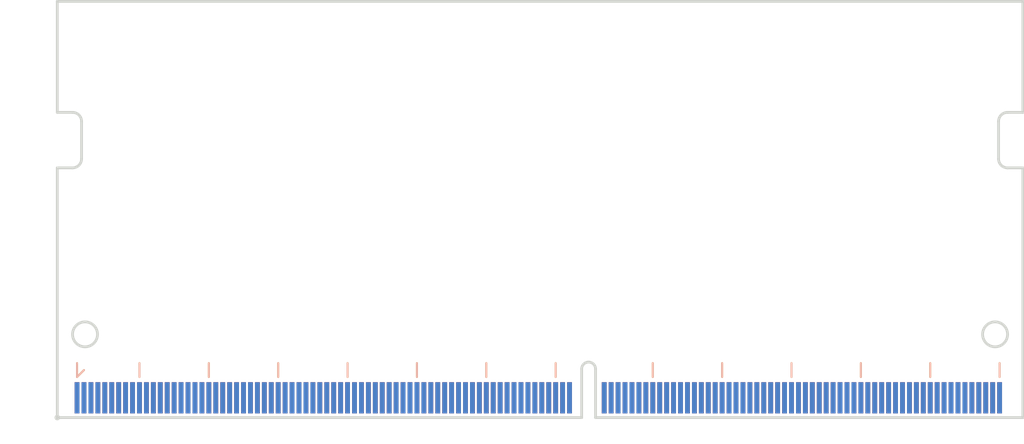
<source format=kicad_pcb>
(kicad_pcb (version 20221018) (generator pcbnew)
  (layers (0 "F.Cu" signal) (31 "B.Cu" signal) (34 "B.Paste" user) (35 "F.Paste" user) (36 "B.SilkS" user "B.Silkscreen") (37 "F.SilkS" user "F.Silkscreen") (38 "B.Mask" user) (39 "F.Mask" user) (44 "Edge.Cuts" user))
  (net 0 "")
  (footprint "pcblib:SODIMM-P260" (layer "F.Cu") (at 101.425 98.575)
    (fp_text reference "REF**" hide)
    (fp_text value "SODIMM-P260")
    (fp_line (start 0 -1.5) (end 0 -2.5) (stroke (width 0.15)) (layer "B.SilkS"))
    (fp_line (start 0 -1.5) (end 0.5 -2) (stroke (width 0.15)) (layer "B.SilkS"))
    (fp_line (start 4.5 -1.5) (end 4.5 -2.5) (stroke (width 0.15)) (layer "B.SilkS"))
    (fp_line (start 9.5 -1.5) (end 9.5 -2.5) (stroke (width 0.15)) (layer "B.SilkS"))
    (fp_line (start 14.5 -1.5) (end 14.5 -2.5) (stroke (width 0.15)) (layer "B.SilkS"))
    (fp_line (start 19.5 -1.5) (end 19.5 -2.5) (stroke (width 0.15)) (layer "B.SilkS"))
    (fp_line (start 24.5 -1.5) (end 24.5 -2.5) (stroke (width 0.15)) (layer "B.SilkS"))
    (fp_line (start 29.5 -1.5) (end 29.5 -2.5) (stroke (width 0.15)) (layer "B.SilkS"))
    (fp_line (start 34.5 -1.5) (end 34.5 -2.5) (stroke (width 0.15)) (layer "B.SilkS"))
    (fp_line (start 41.5 -1.5) (end 41.5 -2.5) (stroke (width 0.15)) (layer "B.SilkS"))
    (fp_line (start 46.5 -1.5) (end 46.5 -2.5) (stroke (width 0.15)) (layer "B.SilkS"))
    (fp_line (start 51.5 -1.5) (end 51.5 -2.5) (stroke (width 0.15)) (layer "B.SilkS"))
    (fp_line (start 56.5 -1.5) (end 56.5 -2.5) (stroke (width 0.15)) (layer "B.SilkS"))
    (fp_line (start 61.5 -1.5) (end 61.5 -2.5) (stroke (width 0.15)) (layer "B.SilkS"))
    (fp_line (start 66.5 -1.5) (end 66.5 -2.5) (stroke (width 0.15)) (layer "B.SilkS"))
    (fp_line (start 0 -1.5) (end 0 -2.5) (stroke (width 0.15)) (layer "F.SilkS"))
    (fp_line (start 0 -1.5) (end 0.5 -2) (stroke (width 0.15)) (layer "F.SilkS"))
    (fp_line (start 4.5 -1.5) (end 4.5 -2.5) (stroke (width 0.15)) (layer "F.SilkS"))
    (fp_line (start 9.5 -1.5) (end 9.5 -2.5) (stroke (width 0.15)) (layer "F.SilkS"))
    (fp_line (start 14.5 -1.5) (end 14.5 -2.5) (stroke (width 0.15)) (layer "F.SilkS"))
    (fp_line (start 19.5 -1.5) (end 19.5 -2.5) (stroke (width 0.15)) (layer "F.SilkS"))
    (fp_line (start 24.5 -1.5) (end 24.5 -2.5) (stroke (width 0.15)) (layer "F.SilkS"))
    (fp_line (start 29.5 -1.5) (end 29.5 -2.5) (stroke (width 0.15)) (layer "F.SilkS"))
    (fp_line (start 34.5 -1.5) (end 34.5 -2.5) (stroke (width 0.15)) (layer "F.SilkS"))
    (fp_line (start 41.5 -1.5) (end 41.5 -2.5) (stroke (width 0.15)) (layer "F.SilkS"))
    (fp_line (start 46.5 -1.5) (end 46.5 -2.5) (stroke (width 0.15)) (layer "F.SilkS"))
    (fp_line (start 51.5 -1.5) (end 51.5 -2.5) (stroke (width 0.15)) (layer "F.SilkS"))
    (fp_line (start 56.5 -1.5) (end 56.5 -2.5) (stroke (width 0.15)) (layer "F.SilkS"))
    (fp_line (start 61.5 -1.5) (end 61.5 -2.5) (stroke (width 0.15)) (layer "F.SilkS"))
    (fp_line (start 66.5 -1.5) (end 66.5 -2.5) (stroke (width 0.15)) (layer "F.SilkS"))
    (pad "1" connect rect (at 0 0) (size 0.35 2.25) (layers "F.Cu" "F.Mask"))
    (pad "2" connect rect (at 0 0) (size 0.35 2.25) (layers "B.Cu" "B.Mask"))
    (pad "3" connect rect (at 0.5 0) (size 0.35 2.25) (layers "F.Cu" "F.Mask"))
    (pad "4" connect rect (at 0.5 0) (size 0.35 2.25) (layers "B.Cu" "B.Mask"))
    (pad "5" connect rect (at 1 0) (size 0.35 2.25) (layers "F.Cu" "F.Mask"))
    (pad "6" connect rect (at 1 0) (size 0.35 2.25) (layers "B.Cu" "B.Mask"))
    (pad "7" connect rect (at 1.5 0) (size 0.35 2.25) (layers "F.Cu" "F.Mask"))
    (pad "8" connect rect (at 1.5 0) (size 0.35 2.25) (layers "B.Cu" "B.Mask"))
    (pad "9" connect rect (at 2 0) (size 0.35 2.25) (layers "F.Cu" "F.Mask"))
    (pad "10" connect rect (at 2 0) (size 0.35 2.25) (layers "B.Cu" "B.Mask"))
    (pad "11" connect rect (at 2.5 0) (size 0.35 2.25) (layers "F.Cu" "F.Mask"))
    (pad "12" connect rect (at 2.5 0) (size 0.35 2.25) (layers "B.Cu" "B.Mask"))
    (pad "13" connect rect (at 3 0) (size 0.35 2.25) (layers "F.Cu" "F.Mask"))
    (pad "14" connect rect (at 3 0) (size 0.35 2.25) (layers "B.Cu" "B.Mask"))
    (pad "15" connect rect (at 3.5 0) (size 0.35 2.25) (layers "F.Cu" "F.Mask"))
    (pad "16" connect rect (at 3.5 0) (size 0.35 2.25) (layers "B.Cu" "B.Mask"))
    (pad "17" connect rect (at 4 0) (size 0.35 2.25) (layers "F.Cu" "F.Mask"))
    (pad "18" connect rect (at 4 0) (size 0.35 2.25) (layers "B.Cu" "B.Mask"))
    (pad "19" connect rect (at 4.5 0) (size 0.35 2.25) (layers "F.Cu" "F.Mask"))
    (pad "20" connect rect (at 4.5 0) (size 0.35 2.25) (layers "B.Cu" "B.Mask"))
    (pad "21" connect rect (at 5 0) (size 0.35 2.25) (layers "F.Cu" "F.Mask"))
    (pad "22" connect rect (at 5 0) (size 0.35 2.25) (layers "B.Cu" "B.Mask"))
    (pad "23" connect rect (at 5.5 0) (size 0.35 2.25) (layers "F.Cu" "F.Mask"))
    (pad "24" connect rect (at 5.5 0) (size 0.35 2.25) (layers "B.Cu" "B.Mask"))
    (pad "25" connect rect (at 6 0) (size 0.35 2.25) (layers "F.Cu" "F.Mask"))
    (pad "26" connect rect (at 6 0) (size 0.35 2.25) (layers "B.Cu" "B.Mask"))
    (pad "27" connect rect (at 6.5 0) (size 0.35 2.25) (layers "F.Cu" "F.Mask"))
    (pad "28" connect rect (at 6.5 0) (size 0.35 2.25) (layers "B.Cu" "B.Mask"))
    (pad "29" connect rect (at 7 0) (size 0.35 2.25) (layers "F.Cu" "F.Mask"))
    (pad "30" connect rect (at 7 0) (size 0.35 2.25) (layers "B.Cu" "B.Mask"))
    (pad "31" connect rect (at 7.5 0) (size 0.35 2.25) (layers "F.Cu" "F.Mask"))
    (pad "32" connect rect (at 7.5 0) (size 0.35 2.25) (layers "B.Cu" "B.Mask"))
    (pad "33" connect rect (at 8 0) (size 0.35 2.25) (layers "F.Cu" "F.Mask"))
    (pad "34" connect rect (at 8 0) (size 0.35 2.25) (layers "B.Cu" "B.Mask"))
    (pad "35" connect rect (at 8.5 0) (size 0.35 2.25) (layers "F.Cu" "F.Mask"))
    (pad "36" connect rect (at 8.5 0) (size 0.35 2.25) (layers "B.Cu" "B.Mask"))
    (pad "37" connect rect (at 9 0) (size 0.35 2.25) (layers "F.Cu" "F.Mask"))
    (pad "38" connect rect (at 9 0) (size 0.35 2.25) (layers "B.Cu" "B.Mask"))
    (pad "39" connect rect (at 9.5 0) (size 0.35 2.25) (layers "F.Cu" "F.Mask"))
    (pad "40" connect rect (at 9.5 0) (size 0.35 2.25) (layers "B.Cu" "B.Mask"))
    (pad "41" connect rect (at 10 0) (size 0.35 2.25) (layers "F.Cu" "F.Mask"))
    (pad "42" connect rect (at 10 0) (size 0.35 2.25) (layers "B.Cu" "B.Mask"))
    (pad "43" connect rect (at 10.5 0) (size 0.35 2.25) (layers "F.Cu" "F.Mask"))
    (pad "44" connect rect (at 10.5 0) (size 0.35 2.25) (layers "B.Cu" "B.Mask"))
    (pad "45" connect rect (at 11 0) (size 0.35 2.25) (layers "F.Cu" "F.Mask"))
    (pad "46" connect rect (at 11 0) (size 0.35 2.25) (layers "B.Cu" "B.Mask"))
    (pad "47" connect rect (at 11.5 0) (size 0.35 2.25) (layers "F.Cu" "F.Mask"))
    (pad "48" connect rect (at 11.5 0) (size 0.35 2.25) (layers "B.Cu" "B.Mask"))
    (pad "49" connect rect (at 12 0) (size 0.35 2.25) (layers "F.Cu" "F.Mask"))
    (pad "50" connect rect (at 12 0) (size 0.35 2.25) (layers "B.Cu" "B.Mask"))
    (pad "51" connect rect (at 12.5 0) (size 0.35 2.25) (layers "F.Cu" "F.Mask"))
    (pad "52" connect rect (at 12.5 0) (size 0.35 2.25) (layers "B.Cu" "B.Mask"))
    (pad "53" connect rect (at 13 0) (size 0.35 2.25) (layers "F.Cu" "F.Mask"))
    (pad "54" connect rect (at 13 0) (size 0.35 2.25) (layers "B.Cu" "B.Mask"))
    (pad "55" connect rect (at 13.5 0) (size 0.35 2.25) (layers "F.Cu" "F.Mask"))
    (pad "56" connect rect (at 13.5 0) (size 0.35 2.25) (layers "B.Cu" "B.Mask"))
    (pad "57" connect rect (at 14 0) (size 0.35 2.25) (layers "F.Cu" "F.Mask"))
    (pad "58" connect rect (at 14 0) (size 0.35 2.25) (layers "B.Cu" "B.Mask"))
    (pad "59" connect rect (at 14.5 0) (size 0.35 2.25) (layers "F.Cu" "F.Mask"))
    (pad "60" connect rect (at 14.5 0) (size 0.35 2.25) (layers "B.Cu" "B.Mask"))
    (pad "61" connect rect (at 15 0) (size 0.35 2.25) (layers "F.Cu" "F.Mask"))
    (pad "62" connect rect (at 15 0) (size 0.35 2.25) (layers "B.Cu" "B.Mask"))
    (pad "63" connect rect (at 15.5 0) (size 0.35 2.25) (layers "F.Cu" "F.Mask"))
    (pad "64" connect rect (at 15.5 0) (size 0.35 2.25) (layers "B.Cu" "B.Mask"))
    (pad "65" connect rect (at 16 0) (size 0.35 2.25) (layers "F.Cu" "F.Mask"))
    (pad "66" connect rect (at 16 0) (size 0.35 2.25) (layers "B.Cu" "B.Mask"))
    (pad "67" connect rect (at 16.5 0) (size 0.35 2.25) (layers "F.Cu" "F.Mask"))
    (pad "68" connect rect (at 16.5 0) (size 0.35 2.25) (layers "B.Cu" "B.Mask"))
    (pad "69" connect rect (at 17 0) (size 0.35 2.25) (layers "F.Cu" "F.Mask"))
    (pad "70" connect rect (at 17 0) (size 0.35 2.25) (layers "B.Cu" "B.Mask"))
    (pad "71" connect rect (at 17.5 0) (size 0.35 2.25) (layers "F.Cu" "F.Mask"))
    (pad "72" connect rect (at 17.5 0) (size 0.35 2.25) (layers "B.Cu" "B.Mask"))
    (pad "73" connect rect (at 18 0) (size 0.35 2.25) (layers "F.Cu" "F.Mask"))
    (pad "74" connect rect (at 18 0) (size 0.35 2.25) (layers "B.Cu" "B.Mask"))
    (pad "75" connect rect (at 18.5 0) (size 0.35 2.25) (layers "F.Cu" "F.Mask"))
    (pad "76" connect rect (at 18.5 0) (size 0.35 2.25) (layers "B.Cu" "B.Mask"))
    (pad "77" connect rect (at 19 0) (size 0.35 2.25) (layers "F.Cu" "F.Mask"))
    (pad "78" connect rect (at 19 0) (size 0.35 2.25) (layers "B.Cu" "B.Mask"))
    (pad "79" connect rect (at 19.5 0) (size 0.35 2.25) (layers "F.Cu" "F.Mask"))
    (pad "80" connect rect (at 19.5 0) (size 0.35 2.25) (layers "B.Cu" "B.Mask"))
    (pad "81" connect rect (at 20 0) (size 0.35 2.25) (layers "F.Cu" "F.Mask"))
    (pad "82" connect rect (at 20 0) (size 0.35 2.25) (layers "B.Cu" "B.Mask"))
    (pad "83" connect rect (at 20.5 0) (size 0.35 2.25) (layers "F.Cu" "F.Mask"))
    (pad "84" connect rect (at 20.5 0) (size 0.35 2.25) (layers "B.Cu" "B.Mask"))
    (pad "85" connect rect (at 21 0) (size 0.35 2.25) (layers "F.Cu" "F.Mask"))
    (pad "86" connect rect (at 21 0) (size 0.35 2.25) (layers "B.Cu" "B.Mask"))
    (pad "87" connect rect (at 21.5 0) (size 0.35 2.25) (layers "F.Cu" "F.Mask"))
    (pad "88" connect rect (at 21.5 0) (size 0.35 2.25) (layers "B.Cu" "B.Mask"))
    (pad "89" connect rect (at 22 0) (size 0.35 2.25) (layers "F.Cu" "F.Mask"))
    (pad "90" connect rect (at 22 0) (size 0.35 2.25) (layers "B.Cu" "B.Mask"))
    (pad "91" connect rect (at 22.5 0) (size 0.35 2.25) (layers "F.Cu" "F.Mask"))
    (pad "92" connect rect (at 22.5 0) (size 0.35 2.25) (layers "B.Cu" "B.Mask"))
    (pad "93" connect rect (at 23 0) (size 0.35 2.25) (layers "F.Cu" "F.Mask"))
    (pad "94" connect rect (at 23 0) (size 0.35 2.25) (layers "B.Cu" "B.Mask"))
    (pad "95" connect rect (at 23.5 0) (size 0.35 2.25) (layers "F.Cu" "F.Mask"))
    (pad "96" connect rect (at 23.5 0) (size 0.35 2.25) (layers "B.Cu" "B.Mask"))
    (pad "97" connect rect (at 24 0) (size 0.35 2.25) (layers "F.Cu" "F.Mask"))
    (pad "98" connect rect (at 24 0) (size 0.35 2.25) (layers "B.Cu" "B.Mask"))
    (pad "99" connect rect (at 24.5 0) (size 0.35 2.25) (layers "F.Cu" "F.Mask"))
    (pad "100" connect rect (at 24.5 0) (size 0.35 2.25) (layers "B.Cu" "B.Mask"))
    (pad "101" connect rect (at 25 0) (size 0.35 2.25) (layers "F.Cu" "F.Mask"))
    (pad "102" connect rect (at 25 0) (size 0.35 2.25) (layers "B.Cu" "B.Mask"))
    (pad "103" connect rect (at 25.5 0) (size 0.35 2.25) (layers "F.Cu" "F.Mask"))
    (pad "104" connect rect (at 25.5 0) (size 0.35 2.25) (layers "B.Cu" "B.Mask"))
    (pad "105" connect rect (at 26 0) (size 0.35 2.25) (layers "F.Cu" "F.Mask"))
    (pad "106" connect rect (at 26 0) (size 0.35 2.25) (layers "B.Cu" "B.Mask"))
    (pad "107" connect rect (at 26.5 0) (size 0.35 2.25) (layers "F.Cu" "F.Mask"))
    (pad "108" connect rect (at 26.5 0) (size 0.35 2.25) (layers "B.Cu" "B.Mask"))
    (pad "109" connect rect (at 27 0) (size 0.35 2.25) (layers "F.Cu" "F.Mask"))
    (pad "110" connect rect (at 27 0) (size 0.35 2.25) (layers "B.Cu" "B.Mask"))
    (pad "111" connect rect (at 27.5 0) (size 0.35 2.25) (layers "F.Cu" "F.Mask"))
    (pad "112" connect rect (at 27.5 0) (size 0.35 2.25) (layers "B.Cu" "B.Mask"))
    (pad "113" connect rect (at 28 0) (size 0.35 2.25) (layers "F.Cu" "F.Mask"))
    (pad "114" connect rect (at 28 0) (size 0.35 2.25) (layers "B.Cu" "B.Mask"))
    (pad "115" connect rect (at 28.5 0) (size 0.35 2.25) (layers "F.Cu" "F.Mask"))
    (pad "116" connect rect (at 28.5 0) (size 0.35 2.25) (layers "B.Cu" "B.Mask"))
    (pad "117" connect rect (at 29 0) (size 0.35 2.25) (layers "F.Cu" "F.Mask"))
    (pad "118" connect rect (at 29 0) (size 0.35 2.25) (layers "B.Cu" "B.Mask"))
    (pad "119" connect rect (at 29.5 0) (size 0.35 2.25) (layers "F.Cu" "F.Mask"))
    (pad "120" connect rect (at 29.5 0) (size 0.35 2.25) (layers "B.Cu" "B.Mask"))
    (pad "121" connect rect (at 30 0) (size 0.35 2.25) (layers "F.Cu" "F.Mask"))
    (pad "122" connect rect (at 30 0) (size 0.35 2.25) (layers "B.Cu" "B.Mask"))
    (pad "123" connect rect (at 30.5 0) (size 0.35 2.25) (layers "F.Cu" "F.Mask"))
    (pad "124" connect rect (at 30.5 0) (size 0.35 2.25) (layers "B.Cu" "B.Mask"))
    (pad "125" connect rect (at 31 0) (size 0.35 2.25) (layers "F.Cu" "F.Mask"))
    (pad "126" connect rect (at 31 0) (size 0.35 2.25) (layers "B.Cu" "B.Mask"))
    (pad "127" connect rect (at 31.5 0) (size 0.35 2.25) (layers "F.Cu" "F.Mask"))
    (pad "128" connect rect (at 31.5 0) (size 0.35 2.25) (layers "B.Cu" "B.Mask"))
    (pad "129" connect rect (at 32 0) (size 0.35 2.25) (layers "F.Cu" "F.Mask"))
    (pad "130" connect rect (at 32 0) (size 0.35 2.25) (layers "B.Cu" "B.Mask"))
    (pad "131" connect rect (at 32.5 0) (size 0.35 2.25) (layers "F.Cu" "F.Mask"))
    (pad "132" connect rect (at 32.5 0) (size 0.35 2.25) (layers "B.Cu" "B.Mask"))
    (pad "133" connect rect (at 33 0) (size 0.35 2.25) (layers "F.Cu" "F.Mask"))
    (pad "134" connect rect (at 33 0) (size 0.35 2.25) (layers "B.Cu" "B.Mask"))
    (pad "135" connect rect (at 33.5 0) (size 0.35 2.25) (layers "F.Cu" "F.Mask"))
    (pad "136" connect rect (at 33.5 0) (size 0.35 2.25) (layers "B.Cu" "B.Mask"))
    (pad "137" connect rect (at 34 0) (size 0.35 2.25) (layers "F.Cu" "F.Mask"))
    (pad "138" connect rect (at 34 0) (size 0.35 2.25) (layers "B.Cu" "B.Mask"))
    (pad "139" connect rect (at 34.5 0) (size 0.35 2.25) (layers "F.Cu" "F.Mask"))
    (pad "140" connect rect (at 34.5 0) (size 0.35 2.25) (layers "B.Cu" "B.Mask"))
    (pad "141" connect rect (at 35 0) (size 0.35 2.25) (layers "F.Cu" "F.Mask"))
    (pad "142" connect rect (at 35 0) (size 0.35 2.25) (layers "B.Cu" "B.Mask"))
    (pad "143" connect rect (at 35.5 0) (size 0.35 2.25) (layers "F.Cu" "F.Mask"))
    (pad "144" connect rect (at 35.5 0) (size 0.35 2.25) (layers "B.Cu" "B.Mask"))
    (pad "145" connect rect (at 38 0) (size 0.35 2.25) (layers "F.Cu" "F.Mask"))
    (pad "146" connect rect (at 38 0) (size 0.35 2.25) (layers "B.Cu" "B.Mask"))
    (pad "147" connect rect (at 38.5 0) (size 0.35 2.25) (layers "F.Cu" "F.Mask"))
    (pad "148" connect rect (at 38.5 0) (size 0.35 2.25) (layers "B.Cu" "B.Mask"))
    (pad "149" connect rect (at 39 0) (size 0.35 2.25) (layers "F.Cu" "F.Mask"))
    (pad "150" connect rect (at 39 0) (size 0.35 2.25) (layers "B.Cu" "B.Mask"))
    (pad "151" connect rect (at 39.5 0) (size 0.35 2.25) (layers "F.Cu" "F.Mask"))
    (pad "152" connect rect (at 39.5 0) (size 0.35 2.25) (layers "B.Cu" "B.Mask"))
    (pad "153" connect rect (at 40 0) (size 0.35 2.25) (layers "F.Cu" "F.Mask"))
    (pad "154" connect rect (at 40 0) (size 0.35 2.25) (layers "B.Cu" "B.Mask"))
    (pad "155" connect rect (at 40.5 0) (size 0.35 2.25) (layers "F.Cu" "F.Mask"))
    (pad "156" connect rect (at 40.5 0) (size 0.35 2.25) (layers "B.Cu" "B.Mask"))
    (pad "157" connect rect (at 41 0) (size 0.35 2.25) (layers "F.Cu" "F.Mask"))
    (pad "158" connect rect (at 41 0) (size 0.35 2.25) (layers "B.Cu" "B.Mask"))
    (pad "159" connect rect (at 41.5 0) (size 0.35 2.25) (layers "F.Cu" "F.Mask"))
    (pad "160" connect rect (at 41.5 0) (size 0.35 2.25) (layers "B.Cu" "B.Mask"))
    (pad "161" connect rect (at 42 0) (size 0.35 2.25) (layers "F.Cu" "F.Mask"))
    (pad "162" connect rect (at 42 0) (size 0.35 2.25) (layers "B.Cu" "B.Mask"))
    (pad "163" connect rect (at 42.5 0) (size 0.35 2.25) (layers "F.Cu" "F.Mask"))
    (pad "164" connect rect (at 42.5 0) (size 0.35 2.25) (layers "B.Cu" "B.Mask"))
    (pad "165" connect rect (at 43 0) (size 0.35 2.25) (layers "F.Cu" "F.Mask"))
    (pad "166" connect rect (at 43 0) (size 0.35 2.25) (layers "B.Cu" "B.Mask"))
    (pad "167" connect rect (at 43.5 0) (size 0.35 2.25) (layers "F.Cu" "F.Mask"))
    (pad "168" connect rect (at 43.5 0) (size 0.35 2.25) (layers "B.Cu" "B.Mask"))
    (pad "169" connect rect (at 44 0) (size 0.35 2.25) (layers "F.Cu" "F.Mask"))
    (pad "170" connect rect (at 44 0) (size 0.35 2.25) (layers "B.Cu" "B.Mask"))
    (pad "171" connect rect (at 44.5 0) (size 0.35 2.25) (layers "F.Cu" "F.Mask"))
    (pad "172" connect rect (at 44.5 0) (size 0.35 2.25) (layers "B.Cu" "B.Mask"))
    (pad "173" connect rect (at 45 0) (size 0.35 2.25) (layers "F.Cu" "F.Mask"))
    (pad "174" connect rect (at 45 0) (size 0.35 2.25) (layers "B.Cu" "B.Mask"))
    (pad "175" connect rect (at 45.5 0) (size 0.35 2.25) (layers "F.Cu" "F.Mask"))
    (pad "176" connect rect (at 45.5 0) (size 0.35 2.25) (layers "B.Cu" "B.Mask"))
    (pad "177" connect rect (at 46 0) (size 0.35 2.25) (layers "F.Cu" "F.Mask"))
    (pad "178" connect rect (at 46 0) (size 0.35 2.25) (layers "B.Cu" "B.Mask"))
    (pad "179" connect rect (at 46.5 0) (size 0.35 2.25) (layers "F.Cu" "F.Mask"))
    (pad "180" connect rect (at 46.5 0) (size 0.35 2.25) (layers "B.Cu" "B.Mask"))
    (pad "181" connect rect (at 47 0) (size 0.35 2.25) (layers "F.Cu" "F.Mask"))
    (pad "182" connect rect (at 47 0) (size 0.35 2.25) (layers "B.Cu" "B.Mask"))
    (pad "183" connect rect (at 47.5 0) (size 0.35 2.25) (layers "F.Cu" "F.Mask"))
    (pad "184" connect rect (at 47.5 0) (size 0.35 2.25) (layers "B.Cu" "B.Mask"))
    (pad "185" connect rect (at 48 0) (size 0.35 2.25) (layers "F.Cu" "F.Mask"))
    (pad "186" connect rect (at 48 0) (size 0.35 2.25) (layers "B.Cu" "B.Mask"))
    (pad "187" connect rect (at 48.5 0) (size 0.35 2.25) (layers "F.Cu" "F.Mask"))
    (pad "188" connect rect (at 48.5 0) (size 0.35 2.25) (layers "B.Cu" "B.Mask"))
    (pad "189" connect rect (at 49 0) (size 0.35 2.25) (layers "F.Cu" "F.Mask"))
    (pad "190" connect rect (at 49 0) (size 0.35 2.25) (layers "B.Cu" "B.Mask"))
    (pad "191" connect rect (at 49.5 0) (size 0.35 2.25) (layers "F.Cu" "F.Mask"))
    (pad "192" connect rect (at 49.5 0) (size 0.35 2.25) (layers "B.Cu" "B.Mask"))
    (pad "193" connect rect (at 50 0) (size 0.35 2.25) (layers "F.Cu" "F.Mask"))
    (pad "194" connect rect (at 50 0) (size 0.35 2.25) (layers "B.Cu" "B.Mask"))
    (pad "195" connect rect (at 50.5 0) (size 0.35 2.25) (layers "F.Cu" "F.Mask"))
    (pad "196" connect rect (at 50.5 0) (size 0.35 2.25) (layers "B.Cu" "B.Mask"))
    (pad "197" connect rect (at 51 0) (size 0.35 2.25) (layers "F.Cu" "F.Mask"))
    (pad "198" connect rect (at 51 0) (size 0.35 2.25) (layers "B.Cu" "B.Mask"))
    (pad "199" connect rect (at 51.5 0) (size 0.35 2.25) (layers "F.Cu" "F.Mask"))
    (pad "200" connect rect (at 51.5 0) (size 0.35 2.25) (layers "B.Cu" "B.Mask"))
    (pad "201" connect rect (at 52 0) (size 0.35 2.25) (layers "F.Cu" "F.Mask"))
    (pad "202" connect rect (at 52 0) (size 0.35 2.25) (layers "B.Cu" "B.Mask"))
    (pad "203" connect rect (at 52.5 0) (size 0.35 2.25) (layers "F.Cu" "F.Mask"))
    (pad "204" connect rect (at 52.5 0) (size 0.35 2.25) (layers "B.Cu" "B.Mask"))
    (pad "205" connect rect (at 53 0) (size 0.35 2.25) (layers "F.Cu" "F.Mask"))
    (pad "206" connect rect (at 53 0) (size 0.35 2.25) (layers "B.Cu" "B.Mask"))
    (pad "207" connect rect (at 53.5 0) (size 0.35 2.25) (layers "F.Cu" "F.Mask"))
    (pad "208" connect rect (at 53.5 0) (size 0.35 2.25) (layers "B.Cu" "B.Mask"))
    (pad "209" connect rect (at 54 0) (size 0.35 2.25) (layers "F.Cu" "F.Mask"))
    (pad "210" connect rect (at 54 0) (size 0.35 2.25) (layers "B.Cu" "B.Mask"))
    (pad "211" connect rect (at 54.5 0) (size 0.35 2.25) (layers "F.Cu" "F.Mask"))
    (pad "212" connect rect (at 54.5 0) (size 0.35 2.25) (layers "B.Cu" "B.Mask"))
    (pad "213" connect rect (at 55 0) (size 0.35 2.25) (layers "F.Cu" "F.Mask"))
    (pad "214" connect rect (at 55 0) (size 0.35 2.25) (layers "B.Cu" "B.Mask"))
    (pad "215" connect rect (at 55.5 0) (size 0.35 2.25) (layers "F.Cu" "F.Mask"))
    (pad "216" connect rect (at 55.5 0) (size 0.35 2.25) (layers "B.Cu" "B.Mask"))
    (pad "217" connect rect (at 56 0) (size 0.35 2.25) (layers "F.Cu" "F.Mask"))
    (pad "218" connect rect (at 56 0) (size 0.35 2.25) (layers "B.Cu" "B.Mask"))
    (pad "219" connect rect (at 56.5 0) (size 0.35 2.25) (layers "F.Cu" "F.Mask"))
    (pad "220" connect rect (at 56.5 0) (size 0.35 2.25) (layers "B.Cu" "B.Mask"))
    (pad "221" connect rect (at 57 0) (size 0.35 2.25) (layers "F.Cu" "F.Mask"))
    (pad "222" connect rect (at 57 0) (size 0.35 2.25) (layers "B.Cu" "B.Mask"))
    (pad "223" connect rect (at 57.5 0) (size 0.35 2.25) (layers "F.Cu" "F.Mask"))
    (pad "224" connect rect (at 57.5 0) (size 0.35 2.25) (layers "B.Cu" "B.Mask"))
    (pad "225" connect rect (at 58 0) (size 0.35 2.25) (layers "F.Cu" "F.Mask"))
    (pad "226" connect rect (at 58 0) (size 0.35 2.25) (layers "B.Cu" "B.Mask"))
    (pad "227" connect rect (at 58.5 0) (size 0.35 2.25) (layers "F.Cu" "F.Mask"))
    (pad "228" connect rect (at 58.5 0) (size 0.35 2.25) (layers "B.Cu" "B.Mask"))
    (pad "229" connect rect (at 59 0) (size 0.35 2.25) (layers "F.Cu" "F.Mask"))
    (pad "230" connect rect (at 59 0) (size 0.35 2.25) (layers "B.Cu" "B.Mask"))
    (pad "231" connect rect (at 59.5 0) (size 0.35 2.25) (layers "F.Cu" "F.Mask"))
    (pad "232" connect rect (at 59.5 0) (size 0.35 2.25) (layers "B.Cu" "B.Mask"))
    (pad "233" connect rect (at 60 0) (size 0.35 2.25) (layers "F.Cu" "F.Mask"))
    (pad "234" connect rect (at 60 0) (size 0.35 2.25) (layers "B.Cu" "B.Mask"))
    (pad "235" connect rect (at 60.5 0) (size 0.35 2.25) (layers "F.Cu" "F.Mask"))
    (pad "236" connect rect (at 60.5 0) (size 0.35 2.25) (layers "B.Cu" "B.Mask"))
    (pad "237" connect rect (at 61 0) (size 0.35 2.25) (layers "F.Cu" "F.Mask"))
    (pad "238" connect rect (at 61 0) (size 0.35 2.25) (layers "B.Cu" "B.Mask"))
    (pad "239" connect rect (at 61.5 0) (size 0.35 2.25) (layers "F.Cu" "F.Mask"))
    (pad "240" connect rect (at 61.5 0) (size 0.35 2.25) (layers "B.Cu" "B.Mask"))
    (pad "241" connect rect (at 62 0) (size 0.35 2.25) (layers "F.Cu" "F.Mask"))
    (pad "242" connect rect (at 62 0) (size 0.35 2.25) (layers "B.Cu" "B.Mask"))
    (pad "243" connect rect (at 62.5 0) (size 0.35 2.25) (layers "F.Cu" "F.Mask"))
    (pad "244" connect rect (at 62.5 0) (size 0.35 2.25) (layers "B.Cu" "B.Mask"))
    (pad "245" connect rect (at 63 0) (size 0.35 2.25) (layers "F.Cu" "F.Mask"))
    (pad "246" connect rect (at 63 0) (size 0.35 2.25) (layers "B.Cu" "B.Mask"))
    (pad "247" connect rect (at 63.5 0) (size 0.35 2.25) (layers "F.Cu" "F.Mask"))
    (pad "248" connect rect (at 63.5 0) (size 0.35 2.25) (layers "B.Cu" "B.Mask"))
    (pad "249" connect rect (at 64 0) (size 0.35 2.25) (layers "F.Cu" "F.Mask"))
    (pad "250" connect rect (at 64 0) (size 0.35 2.25) (layers "B.Cu" "B.Mask"))
    (pad "251" connect rect (at 64.5 0) (size 0.35 2.25) (layers "F.Cu" "F.Mask"))
    (pad "252" connect rect (at 64.5 0) (size 0.35 2.25) (layers "B.Cu" "B.Mask"))
    (pad "253" connect rect (at 65 0) (size 0.35 2.25) (layers "F.Cu" "F.Mask"))
    (pad "254" connect rect (at 65 0) (size 0.35 2.25) (layers "B.Cu" "B.Mask"))
    (pad "255" connect rect (at 65.5 0) (size 0.35 2.25) (layers "F.Cu" "F.Mask"))
    (pad "256" connect rect (at 65.5 0) (size 0.35 2.25) (layers "B.Cu" "B.Mask"))
    (pad "257" connect rect (at 66 0) (size 0.35 2.25) (layers "F.Cu" "F.Mask"))
    (pad "258" connect rect (at 66 0) (size 0.35 2.25) (layers "B.Cu" "B.Mask"))
    (pad "259" connect rect (at 66.5 0) (size 0.35 2.25) (layers "F.Cu" "F.Mask"))
    (pad "260" connect rect (at 66.5 0) (size 0.35 2.25) (layers "B.Cu" "B.Mask"))
  )
  (gr_line (start 169.6 100) (end 169.6 82) (stroke (width 0.2)) (layer "Edge.Cuts"))
  (gr_line (start 101.75 78.65) (end 101.75 81.35) (stroke (width 0.2)) (layer "Edge.Cuts"))
  (gr_arc (start 100 100) (mid 100 100) (end 100 100) (stroke (width 0.2)) (layer "Edge.Cuts"))
  (gr_circle (center 102 94) (end 102.9 94) (stroke (width 0.2)) (fill none) (layer "Edge.Cuts"))
  (gr_arc (start 167.85 78.65) (mid 168.040381 78.190381) (end 168.5 78) (stroke (width 0.2)) (layer "Edge.Cuts"))
  (gr_line (start 100 82) (end 101.1 82) (stroke (width 0.2)) (layer "Edge.Cuts"))
  (gr_line (start 100 70) (end 100 78) (stroke (width 0.2)) (layer "Edge.Cuts"))
  (gr_line (start 138.8 100) (end 138.8 96.5) (stroke (width 0.2)) (layer "Edge.Cuts"))
  (gr_arc (start 101.1 78) (mid 101.559619 78.190381) (end 101.75 78.65) (stroke (width 0.2)) (layer "Edge.Cuts"))
  (gr_line (start 100 82) (end 100 100) (stroke (width 0.2)) (layer "Edge.Cuts"))
  (gr_line (start 169.6 78) (end 169.6 70) (stroke (width 0.2)) (layer "Edge.Cuts"))
  (gr_arc (start 137.8 96.5) (mid 138.3 96) (end 138.8 96.5) (stroke (width 0.2)) (layer "Edge.Cuts"))
  (gr_arc (start 168.5 82) (mid 168.040381 81.809619) (end 167.85 81.35) (stroke (width 0.2)) (layer "Edge.Cuts"))
  (gr_line (start 169.6 82) (end 168.5 82) (stroke (width 0.2)) (layer "Edge.Cuts"))
  (gr_arc (start 101.75 81.35) (mid 101.559619 81.809619) (end 101.1 82) (stroke (width 0.2)) (layer "Edge.Cuts"))
  (gr_line (start 100 100) (end 137.8 100) (stroke (width 0.2)) (layer "Edge.Cuts"))
  (gr_line (start 169.6 70) (end 100 70) (stroke (width 0.2)) (layer "Edge.Cuts"))
  (gr_line (start 168.5 78) (end 169.6 78) (stroke (width 0.2)) (layer "Edge.Cuts"))
  (gr_line (start 167.85 81.35) (end 167.85 78.65) (stroke (width 0.2)) (layer "Edge.Cuts"))
  (gr_line (start 138.8 100) (end 169.6 100) (stroke (width 0.2)) (layer "Edge.Cuts"))
  (gr_line (start 137.8 100) (end 137.8 96.5) (stroke (width 0.2)) (layer "Edge.Cuts"))
  (gr_line (start 100 78) (end 101.1 78) (stroke (width 0.2)) (layer "Edge.Cuts"))
  (gr_circle (center 167.6 94) (end 168.5 94) (stroke (width 0.2)) (fill none) (layer "Edge.Cuts"))
)
</source>
